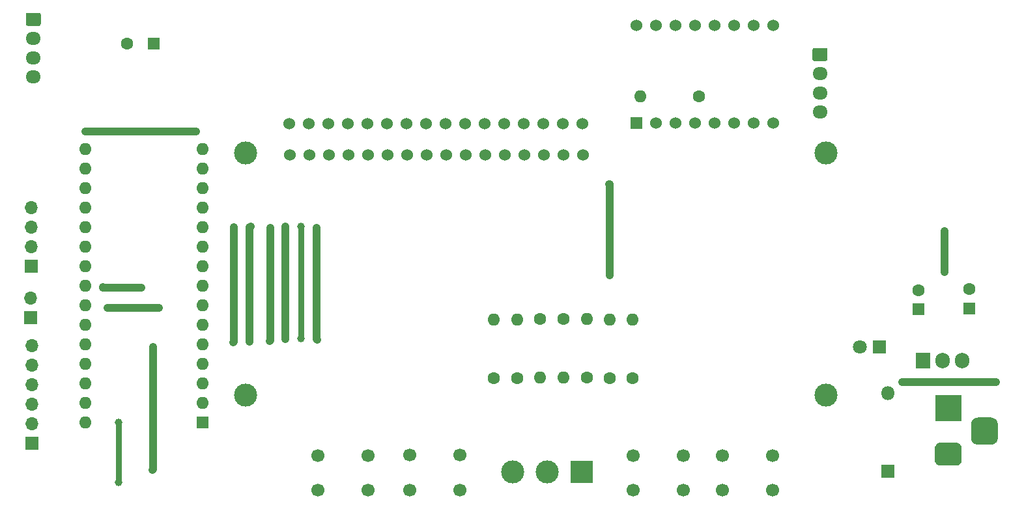
<source format=gbr>
G04 #@! TF.GenerationSoftware,KiCad,Pcbnew,(5.1.5)-3*
G04 #@! TF.CreationDate,2020-07-18T18:41:22+07:00*
G04 #@! TF.ProjectId,control_step_motor,636f6e74-726f-46c5-9f73-7465705f6d6f,rev?*
G04 #@! TF.SameCoordinates,Original*
G04 #@! TF.FileFunction,Copper,L1,Top*
G04 #@! TF.FilePolarity,Positive*
%FSLAX46Y46*%
G04 Gerber Fmt 4.6, Leading zero omitted, Abs format (unit mm)*
G04 Created by KiCad (PCBNEW (5.1.5)-3) date 2020-07-18 18:41:22*
%MOMM*%
%LPD*%
G04 APERTURE LIST*
%ADD10C,1.524000*%
%ADD11C,1.530000*%
%ADD12R,1.530000X1.530000*%
%ADD13C,3.000000*%
%ADD14R,3.500000X3.500000*%
%ADD15C,0.100000*%
%ADD16C,1.600000*%
%ADD17O,1.600000X1.600000*%
%ADD18C,1.700000*%
%ADD19R,1.600000X1.600000*%
%ADD20R,1.905000X2.000000*%
%ADD21O,1.905000X2.000000*%
%ADD22R,3.000000X3.000000*%
%ADD23R,1.700000X1.700000*%
%ADD24O,1.700000X1.700000*%
%ADD25O,1.950000X1.700000*%
%ADD26R,1.800000X1.800000*%
%ADD27O,1.800000X1.800000*%
%ADD28C,1.800000*%
%ADD29C,1.000000*%
%ADD30C,1.000000*%
%ADD31C,0.800000*%
G04 APERTURE END LIST*
D10*
X127934720Y-74498200D03*
X130474720Y-74498200D03*
X133014720Y-74498200D03*
X135554720Y-74498200D03*
X138094720Y-74498200D03*
X140634720Y-74498200D03*
X143174720Y-74498200D03*
X145714720Y-74498200D03*
X148254720Y-74498200D03*
X150794720Y-74498200D03*
X153334720Y-74498200D03*
X155874720Y-74498200D03*
X158414720Y-74498200D03*
X160954720Y-74498200D03*
X163494720Y-74498200D03*
X166034720Y-74498200D03*
D11*
X173062900Y-61709300D03*
X175602900Y-61709300D03*
X178142900Y-61709300D03*
X180682900Y-61709300D03*
X183222900Y-61709300D03*
X185762900Y-61709300D03*
X188302900Y-61709300D03*
X190842900Y-61709300D03*
X190842900Y-74409300D03*
X188302900Y-74409300D03*
X185762900Y-74409300D03*
X183222900Y-74409300D03*
X180682900Y-74409300D03*
X178142900Y-74409300D03*
X175602900Y-74409300D03*
D12*
X173062900Y-74409300D03*
D10*
X127949001Y-78571401D03*
X130489001Y-78571401D03*
X133029001Y-78571401D03*
X135569001Y-78571401D03*
X138109001Y-78571401D03*
X140649001Y-78571401D03*
X143189001Y-78571401D03*
X145729001Y-78571401D03*
X148269001Y-78571401D03*
X150809001Y-78571401D03*
X153349001Y-78571401D03*
X155889001Y-78571401D03*
X158429001Y-78571401D03*
X160969001Y-78571401D03*
X163509001Y-78571401D03*
X166049001Y-78571401D03*
D13*
X122234001Y-78317401D03*
X197672001Y-78317401D03*
X197672001Y-109813401D03*
X122234001Y-109813401D03*
D14*
X213550500Y-111506000D03*
G04 #@! TA.AperFunction,ComponentPad*
D15*
G36*
X214624013Y-116009611D02*
G01*
X214696818Y-116020411D01*
X214768214Y-116038295D01*
X214837513Y-116063090D01*
X214904048Y-116094559D01*
X214967178Y-116132398D01*
X215026295Y-116176242D01*
X215080830Y-116225670D01*
X215130258Y-116280205D01*
X215174102Y-116339322D01*
X215211941Y-116402452D01*
X215243410Y-116468987D01*
X215268205Y-116538286D01*
X215286089Y-116609682D01*
X215296889Y-116682487D01*
X215300500Y-116756000D01*
X215300500Y-118256000D01*
X215296889Y-118329513D01*
X215286089Y-118402318D01*
X215268205Y-118473714D01*
X215243410Y-118543013D01*
X215211941Y-118609548D01*
X215174102Y-118672678D01*
X215130258Y-118731795D01*
X215080830Y-118786330D01*
X215026295Y-118835758D01*
X214967178Y-118879602D01*
X214904048Y-118917441D01*
X214837513Y-118948910D01*
X214768214Y-118973705D01*
X214696818Y-118991589D01*
X214624013Y-119002389D01*
X214550500Y-119006000D01*
X212550500Y-119006000D01*
X212476987Y-119002389D01*
X212404182Y-118991589D01*
X212332786Y-118973705D01*
X212263487Y-118948910D01*
X212196952Y-118917441D01*
X212133822Y-118879602D01*
X212074705Y-118835758D01*
X212020170Y-118786330D01*
X211970742Y-118731795D01*
X211926898Y-118672678D01*
X211889059Y-118609548D01*
X211857590Y-118543013D01*
X211832795Y-118473714D01*
X211814911Y-118402318D01*
X211804111Y-118329513D01*
X211800500Y-118256000D01*
X211800500Y-116756000D01*
X211804111Y-116682487D01*
X211814911Y-116609682D01*
X211832795Y-116538286D01*
X211857590Y-116468987D01*
X211889059Y-116402452D01*
X211926898Y-116339322D01*
X211970742Y-116280205D01*
X212020170Y-116225670D01*
X212074705Y-116176242D01*
X212133822Y-116132398D01*
X212196952Y-116094559D01*
X212263487Y-116063090D01*
X212332786Y-116038295D01*
X212404182Y-116020411D01*
X212476987Y-116009611D01*
X212550500Y-116006000D01*
X214550500Y-116006000D01*
X214624013Y-116009611D01*
G37*
G04 #@! TD.AperFunction*
G04 #@! TA.AperFunction,ComponentPad*
G36*
X219211265Y-112760213D02*
G01*
X219296204Y-112772813D01*
X219379499Y-112793677D01*
X219460348Y-112822605D01*
X219537972Y-112859319D01*
X219611624Y-112903464D01*
X219680594Y-112954616D01*
X219744218Y-113012282D01*
X219801884Y-113075906D01*
X219853036Y-113144876D01*
X219897181Y-113218528D01*
X219933895Y-113296152D01*
X219962823Y-113377001D01*
X219983687Y-113460296D01*
X219996287Y-113545235D01*
X220000500Y-113631000D01*
X220000500Y-115381000D01*
X219996287Y-115466765D01*
X219983687Y-115551704D01*
X219962823Y-115634999D01*
X219933895Y-115715848D01*
X219897181Y-115793472D01*
X219853036Y-115867124D01*
X219801884Y-115936094D01*
X219744218Y-115999718D01*
X219680594Y-116057384D01*
X219611624Y-116108536D01*
X219537972Y-116152681D01*
X219460348Y-116189395D01*
X219379499Y-116218323D01*
X219296204Y-116239187D01*
X219211265Y-116251787D01*
X219125500Y-116256000D01*
X217375500Y-116256000D01*
X217289735Y-116251787D01*
X217204796Y-116239187D01*
X217121501Y-116218323D01*
X217040652Y-116189395D01*
X216963028Y-116152681D01*
X216889376Y-116108536D01*
X216820406Y-116057384D01*
X216756782Y-115999718D01*
X216699116Y-115936094D01*
X216647964Y-115867124D01*
X216603819Y-115793472D01*
X216567105Y-115715848D01*
X216538177Y-115634999D01*
X216517313Y-115551704D01*
X216504713Y-115466765D01*
X216500500Y-115381000D01*
X216500500Y-113631000D01*
X216504713Y-113545235D01*
X216517313Y-113460296D01*
X216538177Y-113377001D01*
X216567105Y-113296152D01*
X216603819Y-113218528D01*
X216647964Y-113144876D01*
X216699116Y-113075906D01*
X216756782Y-113012282D01*
X216820406Y-112954616D01*
X216889376Y-112903464D01*
X216963028Y-112859319D01*
X217040652Y-112822605D01*
X217121501Y-112793677D01*
X217204796Y-112772813D01*
X217289735Y-112760213D01*
X217375500Y-112756000D01*
X219125500Y-112756000D01*
X219211265Y-112760213D01*
G37*
G04 #@! TD.AperFunction*
D16*
X160489900Y-99974400D03*
D17*
X160489900Y-107594400D03*
D16*
X163525200Y-99974400D03*
D17*
X163525200Y-107594400D03*
D18*
X179118400Y-122178200D03*
X172618400Y-122178200D03*
X179118400Y-117678200D03*
X172618400Y-117678200D03*
D19*
X116598700Y-113385600D03*
D17*
X101358700Y-80365600D03*
X116598700Y-110845600D03*
X101358700Y-82905600D03*
X116598700Y-108305600D03*
X101358700Y-85445600D03*
X116598700Y-105765600D03*
X101358700Y-87985600D03*
X116598700Y-103225600D03*
X101358700Y-90525600D03*
X116598700Y-100685600D03*
X101358700Y-93065600D03*
X116598700Y-98145600D03*
X101358700Y-95605600D03*
X116598700Y-95605600D03*
X101358700Y-98145600D03*
X116598700Y-93065600D03*
X101358700Y-100685600D03*
X116598700Y-90525600D03*
X101358700Y-103225600D03*
X116598700Y-87985600D03*
X101358700Y-105765600D03*
X116598700Y-85445600D03*
X101358700Y-108305600D03*
X116598700Y-82905600D03*
X101358700Y-110845600D03*
X116598700Y-80365600D03*
X101358700Y-113385600D03*
X116598700Y-77825600D03*
X101358700Y-77825600D03*
D20*
X210248500Y-105346500D03*
D21*
X212788500Y-105346500D03*
X215328500Y-105346500D03*
D22*
X165904400Y-119837200D03*
D13*
X161404400Y-119837200D03*
X156904400Y-119837200D03*
D18*
X150035400Y-122165500D03*
X143535400Y-122165500D03*
X150035400Y-117665500D03*
X143535400Y-117665500D03*
X184175400Y-117678200D03*
X190675400Y-117678200D03*
X184175400Y-122178200D03*
X190675400Y-122178200D03*
X131610100Y-117729000D03*
X138110100Y-117729000D03*
X131610100Y-122229000D03*
X138110100Y-122229000D03*
D23*
X94322900Y-99783900D03*
D24*
X94322900Y-97243900D03*
D23*
X94475300Y-116078000D03*
D24*
X94475300Y-113538000D03*
X94475300Y-110998000D03*
X94475300Y-108458000D03*
X94475300Y-105918000D03*
X94475300Y-103378000D03*
D23*
X94361000Y-93052900D03*
D24*
X94361000Y-90512900D03*
X94361000Y-87972900D03*
X94361000Y-85432900D03*
G04 #@! TA.AperFunction,ComponentPad*
D15*
G36*
X197637604Y-64670504D02*
G01*
X197661873Y-64674104D01*
X197685671Y-64680065D01*
X197708771Y-64688330D01*
X197730949Y-64698820D01*
X197751993Y-64711433D01*
X197771698Y-64726047D01*
X197789877Y-64742523D01*
X197806353Y-64760702D01*
X197820967Y-64780407D01*
X197833580Y-64801451D01*
X197844070Y-64823629D01*
X197852335Y-64846729D01*
X197858296Y-64870527D01*
X197861896Y-64894796D01*
X197863100Y-64919300D01*
X197863100Y-66119300D01*
X197861896Y-66143804D01*
X197858296Y-66168073D01*
X197852335Y-66191871D01*
X197844070Y-66214971D01*
X197833580Y-66237149D01*
X197820967Y-66258193D01*
X197806353Y-66277898D01*
X197789877Y-66296077D01*
X197771698Y-66312553D01*
X197751993Y-66327167D01*
X197730949Y-66339780D01*
X197708771Y-66350270D01*
X197685671Y-66358535D01*
X197661873Y-66364496D01*
X197637604Y-66368096D01*
X197613100Y-66369300D01*
X196163100Y-66369300D01*
X196138596Y-66368096D01*
X196114327Y-66364496D01*
X196090529Y-66358535D01*
X196067429Y-66350270D01*
X196045251Y-66339780D01*
X196024207Y-66327167D01*
X196004502Y-66312553D01*
X195986323Y-66296077D01*
X195969847Y-66277898D01*
X195955233Y-66258193D01*
X195942620Y-66237149D01*
X195932130Y-66214971D01*
X195923865Y-66191871D01*
X195917904Y-66168073D01*
X195914304Y-66143804D01*
X195913100Y-66119300D01*
X195913100Y-64919300D01*
X195914304Y-64894796D01*
X195917904Y-64870527D01*
X195923865Y-64846729D01*
X195932130Y-64823629D01*
X195942620Y-64801451D01*
X195955233Y-64780407D01*
X195969847Y-64760702D01*
X195986323Y-64742523D01*
X196004502Y-64726047D01*
X196024207Y-64711433D01*
X196045251Y-64698820D01*
X196067429Y-64688330D01*
X196090529Y-64680065D01*
X196114327Y-64674104D01*
X196138596Y-64670504D01*
X196163100Y-64669300D01*
X197613100Y-64669300D01*
X197637604Y-64670504D01*
G37*
G04 #@! TD.AperFunction*
D25*
X196888100Y-68019300D03*
X196888100Y-70519300D03*
X196888100Y-73019300D03*
D17*
X154508200Y-99987100D03*
D16*
X154508200Y-107607100D03*
D17*
X169545000Y-99987100D03*
D16*
X169545000Y-107607100D03*
D17*
X157518100Y-99987100D03*
D16*
X157518100Y-107607100D03*
D17*
X166547800Y-99974400D03*
D16*
X166547800Y-107594400D03*
X172516800Y-107607100D03*
D17*
X172516800Y-99987100D03*
D16*
X181178200Y-70967600D03*
D17*
X173558200Y-70967600D03*
D16*
X209664300Y-96166300D03*
D19*
X209664300Y-98666300D03*
X216306400Y-98539300D03*
D16*
X216306400Y-96039300D03*
D19*
X110286800Y-64160400D03*
D16*
X106786800Y-64160400D03*
D26*
X205740000Y-119722900D03*
D27*
X205740000Y-109562900D03*
D26*
X204637640Y-103606600D03*
D28*
X202097640Y-103606600D03*
G04 #@! TA.AperFunction,ComponentPad*
D15*
G36*
X95377204Y-60098504D02*
G01*
X95401473Y-60102104D01*
X95425271Y-60108065D01*
X95448371Y-60116330D01*
X95470549Y-60126820D01*
X95491593Y-60139433D01*
X95511298Y-60154047D01*
X95529477Y-60170523D01*
X95545953Y-60188702D01*
X95560567Y-60208407D01*
X95573180Y-60229451D01*
X95583670Y-60251629D01*
X95591935Y-60274729D01*
X95597896Y-60298527D01*
X95601496Y-60322796D01*
X95602700Y-60347300D01*
X95602700Y-61547300D01*
X95601496Y-61571804D01*
X95597896Y-61596073D01*
X95591935Y-61619871D01*
X95583670Y-61642971D01*
X95573180Y-61665149D01*
X95560567Y-61686193D01*
X95545953Y-61705898D01*
X95529477Y-61724077D01*
X95511298Y-61740553D01*
X95491593Y-61755167D01*
X95470549Y-61767780D01*
X95448371Y-61778270D01*
X95425271Y-61786535D01*
X95401473Y-61792496D01*
X95377204Y-61796096D01*
X95352700Y-61797300D01*
X93902700Y-61797300D01*
X93878196Y-61796096D01*
X93853927Y-61792496D01*
X93830129Y-61786535D01*
X93807029Y-61778270D01*
X93784851Y-61767780D01*
X93763807Y-61755167D01*
X93744102Y-61740553D01*
X93725923Y-61724077D01*
X93709447Y-61705898D01*
X93694833Y-61686193D01*
X93682220Y-61665149D01*
X93671730Y-61642971D01*
X93663465Y-61619871D01*
X93657504Y-61596073D01*
X93653904Y-61571804D01*
X93652700Y-61547300D01*
X93652700Y-60347300D01*
X93653904Y-60322796D01*
X93657504Y-60298527D01*
X93663465Y-60274729D01*
X93671730Y-60251629D01*
X93682220Y-60229451D01*
X93694833Y-60208407D01*
X93709447Y-60188702D01*
X93725923Y-60170523D01*
X93744102Y-60154047D01*
X93763807Y-60139433D01*
X93784851Y-60126820D01*
X93807029Y-60116330D01*
X93830129Y-60108065D01*
X93853927Y-60102104D01*
X93878196Y-60098504D01*
X93902700Y-60097300D01*
X95352700Y-60097300D01*
X95377204Y-60098504D01*
G37*
G04 #@! TD.AperFunction*
D25*
X94627700Y-63447300D03*
X94627700Y-65947300D03*
X94627700Y-68447300D03*
D29*
X213042500Y-88493600D03*
X213042500Y-93827600D03*
X110172500Y-103568500D03*
X110147102Y-119545100D03*
X108712000Y-95872300D03*
X103657400Y-95808800D03*
X110934500Y-98475800D03*
X104254300Y-98475800D03*
X120688100Y-87998300D03*
X120599200Y-102984300D03*
X122770899Y-102870001D03*
X122859800Y-87934800D03*
X129451100Y-87884000D03*
X129438400Y-102514400D03*
X131419600Y-88112600D03*
X115785900Y-75526900D03*
X101358700Y-75552300D03*
X131495800Y-102616000D03*
X105676700Y-113436400D03*
X105727500Y-121208800D03*
X169532300Y-94272100D03*
X169494200Y-82372200D03*
X127393700Y-87947500D03*
X127406398Y-102565200D03*
X125425200Y-88099900D03*
X125387100Y-102793800D03*
X219760800Y-108153200D03*
X207543400Y-108127800D03*
D30*
X213042500Y-88493600D02*
X213042500Y-93827600D01*
X110172500Y-103568500D02*
X110172500Y-119519702D01*
X110172500Y-119519702D02*
X110147102Y-119545100D01*
X108712000Y-95872300D02*
X103720900Y-95872300D01*
X103720900Y-95872300D02*
X103657400Y-95808800D01*
X110934500Y-98475800D02*
X104254300Y-98475800D01*
X120688100Y-102895400D02*
X120599200Y-102984300D01*
X120688100Y-87998300D02*
X120688100Y-102895400D01*
X122770899Y-102870001D02*
X122770899Y-88023701D01*
X122770899Y-88023701D02*
X122859800Y-87934800D01*
D31*
X129451100Y-102501700D02*
X129438400Y-102514400D01*
X129451100Y-87884000D02*
X129451100Y-102501700D01*
D30*
X115785900Y-75526900D02*
X101384100Y-75526900D01*
X101384100Y-75526900D02*
X101358700Y-75552300D01*
X131419600Y-88112600D02*
X131419600Y-102539800D01*
X131419600Y-102539800D02*
X131495800Y-102616000D01*
D31*
X105676700Y-121158000D02*
X105727500Y-121208800D01*
X105676700Y-113436400D02*
X105676700Y-121158000D01*
D30*
X169532300Y-82410300D02*
X169494200Y-82372200D01*
X169532300Y-94272100D02*
X169532300Y-82410300D01*
X127393700Y-102552502D02*
X127406398Y-102565200D01*
X127393700Y-87947500D02*
X127393700Y-102552502D01*
X125425200Y-102755700D02*
X125387100Y-102793800D01*
X125425200Y-88099900D02*
X125425200Y-102755700D01*
X207568800Y-108153200D02*
X207543400Y-108127800D01*
X219760800Y-108153200D02*
X207568800Y-108153200D01*
M02*

</source>
